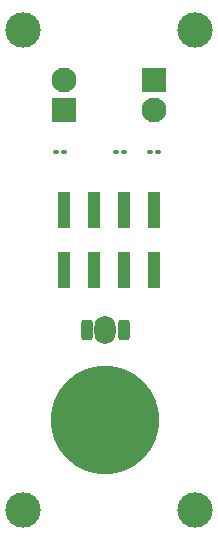
<source format=gbr>
%TF.GenerationSoftware,KiCad,Pcbnew,7.0.5*%
%TF.CreationDate,2024-06-27T07:22:37-04:00*%
%TF.ProjectId,ScrewSwitch,53637265-7753-4776-9974-63682e6b6963,rev?*%
%TF.SameCoordinates,Original*%
%TF.FileFunction,Soldermask,Top*%
%TF.FilePolarity,Negative*%
%FSLAX46Y46*%
G04 Gerber Fmt 4.6, Leading zero omitted, Abs format (unit mm)*
G04 Created by KiCad (PCBNEW 7.0.5) date 2024-06-27 07:22:37*
%MOMM*%
%LPD*%
G01*
G04 APERTURE LIST*
G04 Aperture macros list*
%AMRoundRect*
0 Rectangle with rounded corners*
0 $1 Rounding radius*
0 $2 $3 $4 $5 $6 $7 $8 $9 X,Y pos of 4 corners*
0 Add a 4 corners polygon primitive as box body*
4,1,4,$2,$3,$4,$5,$6,$7,$8,$9,$2,$3,0*
0 Add four circle primitives for the rounded corners*
1,1,$1+$1,$2,$3*
1,1,$1+$1,$4,$5*
1,1,$1+$1,$6,$7*
1,1,$1+$1,$8,$9*
0 Add four rect primitives between the rounded corners*
20,1,$1+$1,$2,$3,$4,$5,0*
20,1,$1+$1,$4,$5,$6,$7,0*
20,1,$1+$1,$6,$7,$8,$9,0*
20,1,$1+$1,$8,$9,$2,$3,0*%
G04 Aperture macros list end*
%ADD10C,3.000000*%
%ADD11O,1.800000X2.400000*%
%ADD12RoundRect,0.190000X0.285000X0.685000X-0.285000X0.685000X-0.285000X-0.685000X0.285000X-0.685000X0*%
%ADD13R,1.000000X3.150000*%
%ADD14R,2.100000X2.100000*%
%ADD15C,2.100000*%
%ADD16RoundRect,0.100000X-0.130000X-0.100000X0.130000X-0.100000X0.130000X0.100000X-0.130000X0.100000X0*%
%ADD17C,5.700000*%
%ADD18C,9.200000*%
G04 APERTURE END LIST*
D10*
%TO.C,H4*%
X147320000Y-124460000D03*
%TD*%
%TO.C,H3*%
X132711923Y-124472305D03*
%TD*%
%TO.C,H2*%
X147320000Y-83820000D03*
%TD*%
%TO.C,H1*%
X132711923Y-83832305D03*
%TD*%
D11*
%TO.C,LED1*%
X139700000Y-109220000D03*
D12*
X141250000Y-109220000D03*
X138150000Y-109220000D03*
%TD*%
D13*
%TO.C,J4*%
X136187503Y-104110000D03*
X136187503Y-99060000D03*
X138727503Y-104110000D03*
X138727503Y-99060000D03*
X141267503Y-104110000D03*
X141267503Y-99060000D03*
X143807503Y-104110000D03*
X143807503Y-99060000D03*
%TD*%
D14*
%TO.C,J2*%
X136187503Y-90595716D03*
D15*
X136187503Y-88055716D03*
%TD*%
D14*
%TO.C,J1*%
X143807503Y-88055716D03*
D15*
X143807503Y-90595716D03*
%TD*%
D16*
%TO.C,R1*%
X136187503Y-94171041D03*
X135547503Y-94171041D03*
%TD*%
D17*
%TO.C,SW1*%
X139700000Y-116840000D03*
D18*
X139700000Y-116840000D03*
%TD*%
D16*
%TO.C,R3*%
X143487503Y-94171041D03*
X144127503Y-94171041D03*
%TD*%
%TO.C,R2*%
X141267503Y-94171041D03*
X140627503Y-94171041D03*
%TD*%
M02*

</source>
